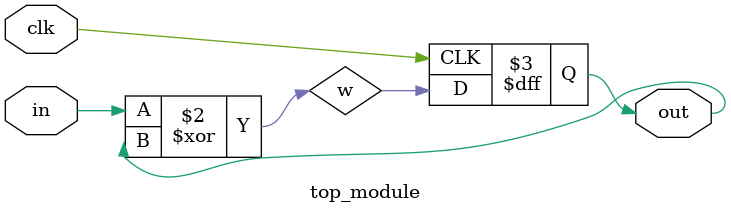
<source format=v>
module top_module (
    input clk,
    input in, 
    output out);
wire w;
    always@ (posedge clk)
        out <= w;
    
    assign w = in ^ out;
        
endmodule

</source>
